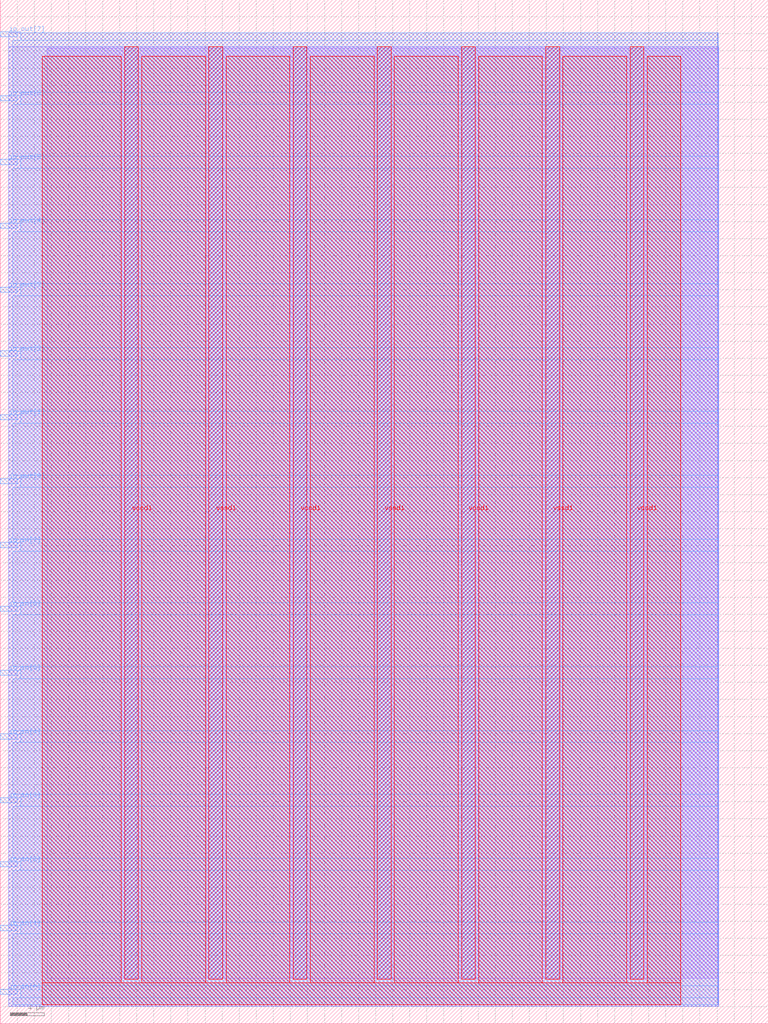
<source format=lef>
VERSION 5.7 ;
  NOWIREEXTENSIONATPIN ON ;
  DIVIDERCHAR "/" ;
  BUSBITCHARS "[]" ;
MACRO s4ga
  CLASS BLOCK ;
  FOREIGN s4ga ;
  ORIGIN 0.000 0.000 ;
  SIZE 90.000 BY 120.000 ;
  PIN io_in[0]
    DIRECTION INPUT ;
    USE SIGNAL ;
    PORT
      LAYER met3 ;
        RECT 0.000 3.440 2.000 4.040 ;
    END
  END io_in[0]
  PIN io_in[1]
    DIRECTION INPUT ;
    USE SIGNAL ;
    PORT
      LAYER met3 ;
        RECT 0.000 10.920 2.000 11.520 ;
    END
  END io_in[1]
  PIN io_in[2]
    DIRECTION INPUT ;
    USE SIGNAL ;
    PORT
      LAYER met3 ;
        RECT 0.000 18.400 2.000 19.000 ;
    END
  END io_in[2]
  PIN io_in[3]
    DIRECTION INPUT ;
    USE SIGNAL ;
    PORT
      LAYER met3 ;
        RECT 0.000 25.880 2.000 26.480 ;
    END
  END io_in[3]
  PIN io_in[4]
    DIRECTION INPUT ;
    USE SIGNAL ;
    PORT
      LAYER met3 ;
        RECT 0.000 33.360 2.000 33.960 ;
    END
  END io_in[4]
  PIN io_in[5]
    DIRECTION INPUT ;
    USE SIGNAL ;
    PORT
      LAYER met3 ;
        RECT 0.000 40.840 2.000 41.440 ;
    END
  END io_in[5]
  PIN io_in[6]
    DIRECTION INPUT ;
    USE SIGNAL ;
    PORT
      LAYER met3 ;
        RECT 0.000 48.320 2.000 48.920 ;
    END
  END io_in[6]
  PIN io_in[7]
    DIRECTION INPUT ;
    USE SIGNAL ;
    PORT
      LAYER met3 ;
        RECT 0.000 55.800 2.000 56.400 ;
    END
  END io_in[7]
  PIN io_out[0]
    DIRECTION OUTPUT TRISTATE ;
    USE SIGNAL ;
    PORT
      LAYER met3 ;
        RECT 0.000 63.280 2.000 63.880 ;
    END
  END io_out[0]
  PIN io_out[1]
    DIRECTION OUTPUT TRISTATE ;
    USE SIGNAL ;
    PORT
      LAYER met3 ;
        RECT 0.000 70.760 2.000 71.360 ;
    END
  END io_out[1]
  PIN io_out[2]
    DIRECTION OUTPUT TRISTATE ;
    USE SIGNAL ;
    PORT
      LAYER met3 ;
        RECT 0.000 78.240 2.000 78.840 ;
    END
  END io_out[2]
  PIN io_out[3]
    DIRECTION OUTPUT TRISTATE ;
    USE SIGNAL ;
    PORT
      LAYER met3 ;
        RECT 0.000 85.720 2.000 86.320 ;
    END
  END io_out[3]
  PIN io_out[4]
    DIRECTION OUTPUT TRISTATE ;
    USE SIGNAL ;
    PORT
      LAYER met3 ;
        RECT 0.000 93.200 2.000 93.800 ;
    END
  END io_out[4]
  PIN io_out[5]
    DIRECTION OUTPUT TRISTATE ;
    USE SIGNAL ;
    PORT
      LAYER met3 ;
        RECT 0.000 100.680 2.000 101.280 ;
    END
  END io_out[5]
  PIN io_out[6]
    DIRECTION OUTPUT TRISTATE ;
    USE SIGNAL ;
    PORT
      LAYER met3 ;
        RECT 0.000 108.160 2.000 108.760 ;
    END
  END io_out[6]
  PIN io_out[7]
    DIRECTION OUTPUT TRISTATE ;
    USE SIGNAL ;
    PORT
      LAYER met3 ;
        RECT 0.000 115.640 2.000 116.240 ;
    END
  END io_out[7]
  PIN vccd1
    DIRECTION INOUT ;
    USE POWER ;
    PORT
      LAYER met4 ;
        RECT 14.590 5.200 16.190 114.480 ;
    END
    PORT
      LAYER met4 ;
        RECT 34.330 5.200 35.930 114.480 ;
    END
    PORT
      LAYER met4 ;
        RECT 54.070 5.200 55.670 114.480 ;
    END
    PORT
      LAYER met4 ;
        RECT 73.810 5.200 75.410 114.480 ;
    END
  END vccd1
  PIN vssd1
    DIRECTION INOUT ;
    USE GROUND ;
    PORT
      LAYER met4 ;
        RECT 24.460 5.200 26.060 114.480 ;
    END
    PORT
      LAYER met4 ;
        RECT 44.200 5.200 45.800 114.480 ;
    END
    PORT
      LAYER met4 ;
        RECT 63.940 5.200 65.540 114.480 ;
    END
  END vssd1
  OBS
      LAYER li1 ;
        RECT 5.520 5.355 84.180 114.325 ;
      LAYER met1 ;
        RECT 0.990 2.080 84.180 114.480 ;
      LAYER met2 ;
        RECT 1.020 2.050 84.090 116.125 ;
      LAYER met3 ;
        RECT 2.400 115.240 84.115 116.105 ;
        RECT 1.445 109.160 84.115 115.240 ;
        RECT 2.400 107.760 84.115 109.160 ;
        RECT 1.445 101.680 84.115 107.760 ;
        RECT 2.400 100.280 84.115 101.680 ;
        RECT 1.445 94.200 84.115 100.280 ;
        RECT 2.400 92.800 84.115 94.200 ;
        RECT 1.445 86.720 84.115 92.800 ;
        RECT 2.400 85.320 84.115 86.720 ;
        RECT 1.445 79.240 84.115 85.320 ;
        RECT 2.400 77.840 84.115 79.240 ;
        RECT 1.445 71.760 84.115 77.840 ;
        RECT 2.400 70.360 84.115 71.760 ;
        RECT 1.445 64.280 84.115 70.360 ;
        RECT 2.400 62.880 84.115 64.280 ;
        RECT 1.445 56.800 84.115 62.880 ;
        RECT 2.400 55.400 84.115 56.800 ;
        RECT 1.445 49.320 84.115 55.400 ;
        RECT 2.400 47.920 84.115 49.320 ;
        RECT 1.445 41.840 84.115 47.920 ;
        RECT 2.400 40.440 84.115 41.840 ;
        RECT 1.445 34.360 84.115 40.440 ;
        RECT 2.400 32.960 84.115 34.360 ;
        RECT 1.445 26.880 84.115 32.960 ;
        RECT 2.400 25.480 84.115 26.880 ;
        RECT 1.445 19.400 84.115 25.480 ;
        RECT 2.400 18.000 84.115 19.400 ;
        RECT 1.445 11.920 84.115 18.000 ;
        RECT 2.400 10.520 84.115 11.920 ;
        RECT 1.445 4.440 84.115 10.520 ;
        RECT 2.400 3.040 84.115 4.440 ;
        RECT 1.445 2.215 84.115 3.040 ;
      LAYER met4 ;
        RECT 4.895 4.800 14.190 113.385 ;
        RECT 16.590 4.800 24.060 113.385 ;
        RECT 26.460 4.800 33.930 113.385 ;
        RECT 36.330 4.800 43.800 113.385 ;
        RECT 46.200 4.800 53.670 113.385 ;
        RECT 56.070 4.800 63.540 113.385 ;
        RECT 65.940 4.800 73.410 113.385 ;
        RECT 75.810 4.800 79.745 113.385 ;
        RECT 4.895 2.215 79.745 4.800 ;
  END
END s4ga
END LIBRARY


</source>
